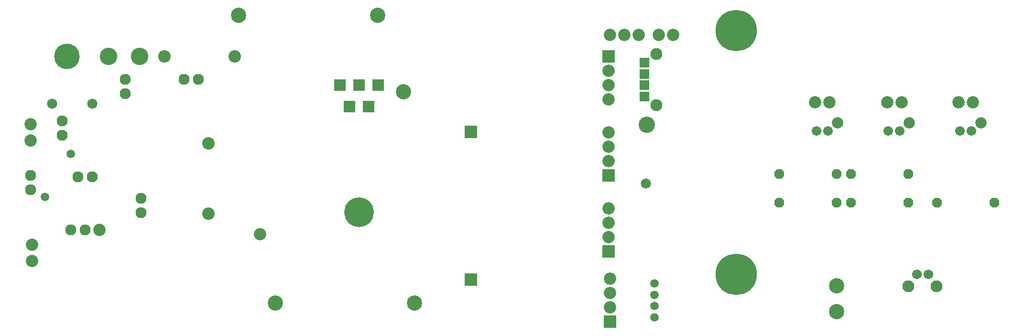
<source format=gbs>
G75*
G70*
%OFA0B0*%
%FSLAX24Y24*%
%IPPOS*%
%LPD*%
%AMOC8*
5,1,8,0,0,1.08239X$1,22.5*
%
%ADD10C,0.0860*%
%ADD11C,0.0770*%
%ADD12C,0.0870*%
%ADD13C,0.0714*%
%ADD14R,0.0793X0.0793*%
%ADD15C,0.2070*%
%ADD16R,0.0870X0.0870*%
%ADD17C,0.1215*%
%ADD18C,0.1780*%
%ADD19R,0.0675X0.0675*%
%ADD20C,0.0832*%
%ADD21C,0.1140*%
%ADD22C,0.0596*%
%ADD23R,0.0860X0.0860*%
%ADD24C,0.0675*%
%ADD25C,0.0793*%
%ADD26OC8,0.0680*%
%ADD27C,0.1065*%
%ADD28C,0.0596*%
%ADD29C,0.2882*%
D10*
X002031Y005656D03*
X002031Y006796D03*
X006731Y007826D03*
X017931Y007526D03*
X001931Y014056D03*
X001931Y015196D03*
X042231Y014626D03*
X042231Y013626D03*
X042231Y012626D03*
X042231Y009326D03*
X042231Y008326D03*
X042231Y007326D03*
X042331Y004426D03*
X042331Y003426D03*
X042331Y002426D03*
X056641Y016726D03*
X057641Y016726D03*
X061681Y016726D03*
X062681Y016726D03*
X066631Y016726D03*
X067631Y016726D03*
X046731Y021426D03*
X045731Y021426D03*
X044331Y021426D03*
X043331Y021426D03*
X042331Y021426D03*
X042231Y018926D03*
X042231Y017926D03*
X042231Y016926D03*
D11*
X013631Y018326D03*
X012631Y018326D03*
X008531Y018326D03*
X008531Y017326D03*
X004131Y015426D03*
X004131Y014426D03*
X005231Y011526D03*
X006231Y011526D03*
X009631Y010026D03*
X009631Y009026D03*
X005731Y007826D03*
X004731Y007826D03*
X001931Y010626D03*
X001931Y011626D03*
D12*
X014331Y013876D03*
X014331Y008975D03*
X016182Y019926D03*
X011280Y019926D03*
D13*
X006231Y016626D03*
X003431Y016626D03*
X044833Y011078D03*
D14*
X026171Y017926D03*
X024831Y017926D03*
X023491Y017926D03*
X024161Y016426D03*
X025501Y016426D03*
D15*
X024831Y009056D03*
D16*
X032631Y004376D03*
X032631Y014676D03*
D17*
X009529Y019926D03*
X007364Y019926D03*
D18*
X004461Y019926D03*
D19*
X044731Y019507D03*
X044731Y018719D03*
X044731Y017932D03*
X044731Y017145D03*
D20*
X045577Y016554D03*
X045577Y020097D03*
X063147Y003899D03*
X065115Y003899D03*
D21*
X044892Y015173D03*
D22*
X045431Y004107D03*
X045431Y003319D03*
X045431Y002532D03*
X045431Y001745D03*
D23*
X042331Y001426D03*
X042231Y006326D03*
X042231Y011626D03*
X042231Y019926D03*
D24*
X056737Y014726D03*
X057525Y014726D03*
X061737Y014726D03*
X062525Y014726D03*
X066737Y014726D03*
X067525Y014726D03*
X064525Y004726D03*
X063737Y004726D03*
D25*
X063194Y015316D03*
X058194Y015316D03*
X068194Y015316D03*
D26*
X063131Y011726D03*
X059131Y011726D03*
X058131Y011726D03*
X054131Y011726D03*
X054131Y009726D03*
X058131Y009726D03*
X059131Y009726D03*
X063131Y009726D03*
X065131Y009726D03*
X069131Y009726D03*
D27*
X058131Y003926D03*
X058131Y002126D03*
X028701Y002749D03*
X019001Y002749D03*
X027931Y017476D03*
X026131Y022799D03*
X016431Y022799D03*
D28*
X004731Y013126D03*
X002931Y010126D03*
D29*
X051131Y004726D03*
X051131Y021726D03*
M02*

</source>
